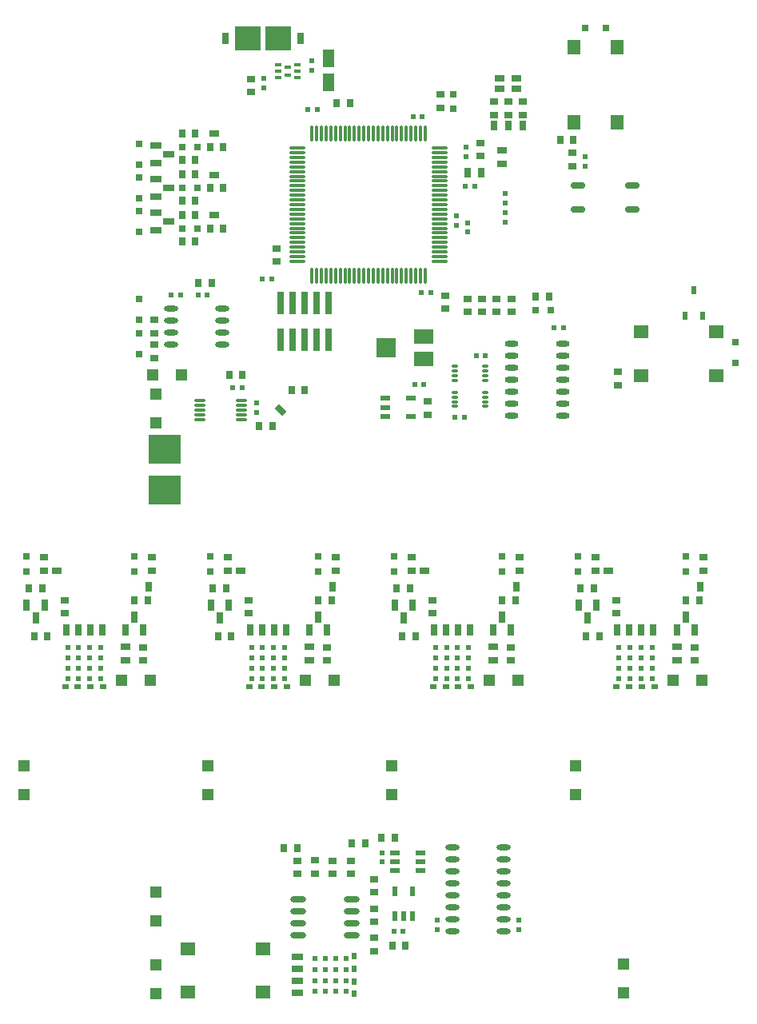
<source format=gtp>
G04 Layer_Color=8421504*
%FSLAX25Y25*%
%MOIN*%
G70*
G01*
G75*
%ADD14R,0.07874X0.06299*%
%ADD15R,0.07874X0.07874*%
%ADD16R,0.04134X0.02559*%
%ADD17R,0.03000X0.05000*%
%ADD18R,0.10512X0.10000*%
%ADD19R,0.03543X0.02756*%
%ADD20R,0.02756X0.03543*%
%ADD21R,0.04134X0.02362*%
%ADD22O,0.03150X0.01181*%
%ADD23O,0.05709X0.02362*%
%ADD24R,0.06102X0.05512*%
%ADD25R,0.02362X0.02362*%
%ADD26O,0.06496X0.02559*%
%ADD27O,0.05315X0.01181*%
%ADD28O,0.07087X0.01181*%
%ADD29O,0.01181X0.07087*%
%ADD31R,0.03150X0.01181*%
%ADD32O,0.05905X0.02362*%
%ADD33R,0.05512X0.06102*%
%ADD34R,0.13583X0.12402*%
%ADD35R,0.02559X0.04921*%
%ADD36R,0.04921X0.02559*%
%ADD37R,0.02992X0.09449*%
%ADD38R,0.04016X0.03032*%
%ADD39R,0.03032X0.04016*%
%ADD40R,0.04724X0.04921*%
%ADD41R,0.04921X0.04724*%
%ADD42R,0.02362X0.02362*%
%ADD43R,0.04921X0.07283*%
%ADD44R,0.02362X0.04134*%
%ADD45R,0.03937X0.02362*%
%ADD46O,0.06102X0.02756*%
%ADD47R,0.02362X0.03740*%
%ADD48R,0.02559X0.04724*%
%ADD49R,0.02768X0.01968*%
%ADD50R,0.04724X0.02559*%
%ADD51R,0.01968X0.02768*%
%ADD52R,0.03150X0.03150*%
%ADD53R,0.03150X0.03150*%
%ADD78R,0.04331X0.02756*%
%ADD79R,0.02756X0.04331*%
G04:AMPARAMS|DCode=80|XSize=43.31mil|YSize=27.56mil|CornerRadius=0mil|HoleSize=0mil|Usage=FLASHONLY|Rotation=315.000|XOffset=0mil|YOffset=0mil|HoleType=Round|Shape=Rectangle|*
%AMROTATEDRECTD80*
4,1,4,-0.02506,0.00557,-0.00557,0.02506,0.02506,-0.00557,0.00557,-0.02506,-0.02506,0.00557,0.0*
%
%ADD80ROTATEDRECTD80*%

%ADD81R,0.02756X0.01575*%
%ADD82R,0.02362X0.02362*%
%ADD83R,0.02362X0.02362*%
D14*
X407678Y355906D02*
D03*
Y365158D02*
D03*
D15*
X391929Y360532D02*
D03*
D16*
X439450Y472836D02*
D03*
Y468308D02*
D03*
X446340Y472836D02*
D03*
Y468308D02*
D03*
D17*
X356297Y489568D02*
D03*
X325001Y489567D02*
D03*
D18*
X347047Y489568D02*
D03*
X334251Y489567D02*
D03*
D19*
X409450Y337990D02*
D03*
Y332478D02*
D03*
X469784Y441729D02*
D03*
Y436218D02*
D03*
X488878Y350394D02*
D03*
Y344882D02*
D03*
X290616Y230020D02*
D03*
Y235531D02*
D03*
X367289Y230020D02*
D03*
Y235531D02*
D03*
X443963Y230020D02*
D03*
Y235531D02*
D03*
X520636Y230020D02*
D03*
Y235531D02*
D03*
X258169Y249726D02*
D03*
Y255238D02*
D03*
X334843Y249726D02*
D03*
Y255238D02*
D03*
X411516Y249726D02*
D03*
Y255238D02*
D03*
X488189Y249726D02*
D03*
Y255238D02*
D03*
X294488Y267520D02*
D03*
Y273031D02*
D03*
X371162Y267520D02*
D03*
Y273031D02*
D03*
X447835Y267520D02*
D03*
Y273031D02*
D03*
X524508Y267520D02*
D03*
Y273031D02*
D03*
X249311Y273031D02*
D03*
Y267520D02*
D03*
X325984Y273031D02*
D03*
Y267520D02*
D03*
X402658Y273031D02*
D03*
Y267520D02*
D03*
X479331Y273031D02*
D03*
Y267520D02*
D03*
X449214Y463091D02*
D03*
Y457579D02*
D03*
X442913Y463091D02*
D03*
Y457579D02*
D03*
X437204Y463091D02*
D03*
Y457579D02*
D03*
X414566Y460532D02*
D03*
Y466043D02*
D03*
X387049Y114370D02*
D03*
Y108858D02*
D03*
X387049Y121064D02*
D03*
Y126576D02*
D03*
X369884Y146555D02*
D03*
Y141043D02*
D03*
X377365Y146457D02*
D03*
Y140945D02*
D03*
X354921Y146573D02*
D03*
Y141061D02*
D03*
X295553Y356098D02*
D03*
Y361610D02*
D03*
Y366532D02*
D03*
Y372044D02*
D03*
X431501Y445766D02*
D03*
Y440254D02*
D03*
X346361Y396260D02*
D03*
Y401772D02*
D03*
X416580Y376670D02*
D03*
Y382182D02*
D03*
X335884Y467027D02*
D03*
Y472538D02*
D03*
X387049Y133270D02*
D03*
Y138781D02*
D03*
X362403Y146653D02*
D03*
Y141142D02*
D03*
X444291Y380906D02*
D03*
Y375394D02*
D03*
X438189Y380906D02*
D03*
Y375394D02*
D03*
X432087Y380906D02*
D03*
Y375394D02*
D03*
X425984Y380906D02*
D03*
Y375394D02*
D03*
D20*
X460039Y381595D02*
D03*
X454528D02*
D03*
X245374Y240059D02*
D03*
X250886D02*
D03*
X322047D02*
D03*
X327559D02*
D03*
X398721D02*
D03*
X404232D02*
D03*
X475394D02*
D03*
X480906D02*
D03*
X287205Y255217D02*
D03*
X292717D02*
D03*
X363878D02*
D03*
X369390D02*
D03*
X440551D02*
D03*
X446063D02*
D03*
X517224D02*
D03*
X522736D02*
D03*
X243110Y260237D02*
D03*
X248622D02*
D03*
X319783D02*
D03*
X325295D02*
D03*
X396457D02*
D03*
X401969D02*
D03*
X473130D02*
D03*
X478642D02*
D03*
X344649Y327617D02*
D03*
X339137D02*
D03*
X306972Y404722D02*
D03*
X312483D02*
D03*
X306972Y415748D02*
D03*
X312483D02*
D03*
X306972Y421652D02*
D03*
X312483D02*
D03*
X306988Y432677D02*
D03*
X312500D02*
D03*
X355020Y151870D02*
D03*
X349508D02*
D03*
X306972Y438581D02*
D03*
X312483D02*
D03*
X306972Y449606D02*
D03*
X312483D02*
D03*
X470138Y447045D02*
D03*
X464626D02*
D03*
X326575Y348964D02*
D03*
X332087D02*
D03*
X376976Y462508D02*
D03*
X371465D02*
D03*
X319291Y387403D02*
D03*
X313779D02*
D03*
X400197Y110925D02*
D03*
X394685D02*
D03*
X377852Y153660D02*
D03*
X383364D02*
D03*
X395669Y156102D02*
D03*
X390158D02*
D03*
X324098Y444095D02*
D03*
X318587D02*
D03*
X324098Y427165D02*
D03*
X318587D02*
D03*
X324098Y410236D02*
D03*
X318587D02*
D03*
X352658Y342620D02*
D03*
X358169D02*
D03*
D21*
X402461Y339270D02*
D03*
Y331789D02*
D03*
X391634D02*
D03*
Y335529D02*
D03*
Y339270D02*
D03*
D22*
X420660Y341846D02*
D03*
Y339877D02*
D03*
Y337909D02*
D03*
Y335940D02*
D03*
X433258Y341846D02*
D03*
Y339877D02*
D03*
Y337909D02*
D03*
Y335940D02*
D03*
X433268Y346768D02*
D03*
Y348737D02*
D03*
Y350705D02*
D03*
Y352674D02*
D03*
X420669Y346768D02*
D03*
Y348737D02*
D03*
Y350705D02*
D03*
Y352674D02*
D03*
D23*
X444390Y362047D02*
D03*
Y357047D02*
D03*
Y352047D02*
D03*
Y347047D02*
D03*
Y342047D02*
D03*
Y337047D02*
D03*
Y332047D02*
D03*
X465846Y362047D02*
D03*
Y357047D02*
D03*
Y352047D02*
D03*
Y347047D02*
D03*
Y342047D02*
D03*
Y337047D02*
D03*
Y332047D02*
D03*
D24*
X498524Y348819D02*
D03*
X529823D02*
D03*
X498524Y366929D02*
D03*
X529823D02*
D03*
X340748Y109744D02*
D03*
X309449D02*
D03*
X340748Y91634D02*
D03*
X309449D02*
D03*
D25*
X403929Y344979D02*
D03*
X407866D02*
D03*
X420768Y331412D02*
D03*
X424705D02*
D03*
X433563Y357202D02*
D03*
X429626D02*
D03*
X466142Y368840D02*
D03*
X462205D02*
D03*
X332087Y343845D02*
D03*
X328150D02*
D03*
X410772Y383265D02*
D03*
X406835D02*
D03*
X344488Y389021D02*
D03*
X340551D02*
D03*
X359350Y459646D02*
D03*
X363287D02*
D03*
X403291Y456889D02*
D03*
X407228D02*
D03*
X429134Y427752D02*
D03*
X425197D02*
D03*
X313622Y382284D02*
D03*
X317559D02*
D03*
X302362D02*
D03*
X306299D02*
D03*
X395276Y116930D02*
D03*
X399213D02*
D03*
D26*
X355552Y130552D02*
D03*
Y125552D02*
D03*
Y120552D02*
D03*
Y115552D02*
D03*
X377796Y130552D02*
D03*
Y125552D02*
D03*
Y120552D02*
D03*
Y115552D02*
D03*
D27*
X331852Y330458D02*
D03*
Y332426D02*
D03*
Y334395D02*
D03*
Y336363D02*
D03*
Y338332D02*
D03*
X314333Y330458D02*
D03*
Y332426D02*
D03*
Y334395D02*
D03*
Y336363D02*
D03*
Y338332D02*
D03*
D28*
X414468Y396455D02*
D03*
Y398423D02*
D03*
Y400392D02*
D03*
Y402360D02*
D03*
Y404329D02*
D03*
Y406297D02*
D03*
Y408266D02*
D03*
Y410234D02*
D03*
Y412203D02*
D03*
Y414171D02*
D03*
Y416140D02*
D03*
Y418108D02*
D03*
Y420077D02*
D03*
Y422045D02*
D03*
Y424014D02*
D03*
Y425982D02*
D03*
Y427951D02*
D03*
Y429919D02*
D03*
Y431888D02*
D03*
Y433856D02*
D03*
Y435825D02*
D03*
Y437793D02*
D03*
Y439762D02*
D03*
Y441730D02*
D03*
Y443699D02*
D03*
X355020D02*
D03*
Y441730D02*
D03*
Y439762D02*
D03*
Y437793D02*
D03*
Y435825D02*
D03*
Y433856D02*
D03*
Y431888D02*
D03*
Y429919D02*
D03*
Y427951D02*
D03*
Y425982D02*
D03*
Y424014D02*
D03*
Y422045D02*
D03*
Y420077D02*
D03*
Y418108D02*
D03*
Y416140D02*
D03*
Y414171D02*
D03*
Y412203D02*
D03*
Y410234D02*
D03*
Y408266D02*
D03*
Y406297D02*
D03*
Y404329D02*
D03*
Y402360D02*
D03*
Y400392D02*
D03*
Y398423D02*
D03*
Y396455D02*
D03*
D29*
X408366Y449801D02*
D03*
X406398D02*
D03*
X404429D02*
D03*
X402461D02*
D03*
X400492D02*
D03*
X398524D02*
D03*
X396555D02*
D03*
X394587D02*
D03*
X392618D02*
D03*
X390650D02*
D03*
X388681D02*
D03*
X386713D02*
D03*
X384744D02*
D03*
X382776D02*
D03*
X380807D02*
D03*
X378839D02*
D03*
X376870D02*
D03*
X374902D02*
D03*
X372933D02*
D03*
X370965D02*
D03*
X368996D02*
D03*
X367028D02*
D03*
X365059D02*
D03*
X363090D02*
D03*
X361122D02*
D03*
Y390352D02*
D03*
X363090D02*
D03*
X365059D02*
D03*
X367028D02*
D03*
X368996D02*
D03*
X370965D02*
D03*
X372933D02*
D03*
X374902D02*
D03*
X376870D02*
D03*
X378839D02*
D03*
X380807D02*
D03*
X382776D02*
D03*
X384744D02*
D03*
X386713D02*
D03*
X388681D02*
D03*
X390650D02*
D03*
X392618D02*
D03*
X394587D02*
D03*
X396555D02*
D03*
X398524D02*
D03*
X400492D02*
D03*
X402461D02*
D03*
X404429D02*
D03*
X406398D02*
D03*
X408366D02*
D03*
D31*
X346949Y478346D02*
D03*
Y475787D02*
D03*
Y473228D02*
D03*
X355177Y478346D02*
D03*
Y475787D02*
D03*
Y473228D02*
D03*
D32*
X302362Y376791D02*
D03*
Y371791D02*
D03*
Y366791D02*
D03*
Y361791D02*
D03*
X323622Y376791D02*
D03*
Y371791D02*
D03*
Y366791D02*
D03*
Y361791D02*
D03*
X440945Y117244D02*
D03*
Y122244D02*
D03*
Y127244D02*
D03*
Y132244D02*
D03*
Y137244D02*
D03*
Y142244D02*
D03*
Y147244D02*
D03*
Y152244D02*
D03*
X419685Y117244D02*
D03*
Y122244D02*
D03*
Y127244D02*
D03*
Y132244D02*
D03*
Y137244D02*
D03*
Y142244D02*
D03*
Y147244D02*
D03*
Y152244D02*
D03*
D33*
X470276Y485827D02*
D03*
Y454528D02*
D03*
X488386Y485827D02*
D03*
Y454528D02*
D03*
D34*
X299666Y318209D02*
D03*
Y301083D02*
D03*
D35*
X287008Y248030D02*
D03*
X290748Y242716D02*
D03*
X283268D02*
D03*
X363681Y248030D02*
D03*
X367421Y242716D02*
D03*
X359941D02*
D03*
X440354Y248030D02*
D03*
X444095Y242716D02*
D03*
X436614D02*
D03*
X517028Y248030D02*
D03*
X520768Y242716D02*
D03*
X513287D02*
D03*
X245965Y247736D02*
D03*
X242224Y253051D02*
D03*
X249705D02*
D03*
X322638Y247736D02*
D03*
X318898Y253051D02*
D03*
X326378D02*
D03*
X399311Y247736D02*
D03*
X395571Y253051D02*
D03*
X403051D02*
D03*
X475984Y247736D02*
D03*
X472244Y253051D02*
D03*
X479724D02*
D03*
D36*
X301262Y413091D02*
D03*
X295947Y409350D02*
D03*
Y416831D02*
D03*
X301262Y427068D02*
D03*
X295947Y423328D02*
D03*
Y430808D02*
D03*
X301262Y441045D02*
D03*
X295947Y437305D02*
D03*
Y444785D02*
D03*
D37*
X367933Y378937D02*
D03*
Y363583D02*
D03*
X362933Y378937D02*
D03*
Y363583D02*
D03*
X357933Y378937D02*
D03*
Y363583D02*
D03*
X352933Y378937D02*
D03*
Y363583D02*
D03*
X347933Y378937D02*
D03*
Y363583D02*
D03*
D38*
X283430Y235728D02*
D03*
Y230098D02*
D03*
X360103Y235728D02*
D03*
Y230098D02*
D03*
X436777Y235728D02*
D03*
Y230098D02*
D03*
X513450Y235728D02*
D03*
Y230098D02*
D03*
X440551Y437146D02*
D03*
Y442776D02*
D03*
D39*
X426024Y433462D02*
D03*
X431653D02*
D03*
D40*
X240944Y174213D02*
D03*
Y186221D02*
D03*
X317617Y174213D02*
D03*
Y186221D02*
D03*
X394290Y174213D02*
D03*
Y186221D02*
D03*
X470964Y174213D02*
D03*
Y186221D02*
D03*
X490945Y91339D02*
D03*
Y103347D02*
D03*
X296064Y133366D02*
D03*
Y121358D02*
D03*
X296063Y91043D02*
D03*
Y103051D02*
D03*
X296123Y341044D02*
D03*
Y329036D02*
D03*
D41*
X293603Y221674D02*
D03*
X281595D02*
D03*
X370340D02*
D03*
X358332D02*
D03*
X447013D02*
D03*
X435005D02*
D03*
X523686D02*
D03*
X511678D02*
D03*
X306851Y349018D02*
D03*
X294844D02*
D03*
D42*
X441777Y424802D02*
D03*
Y420865D02*
D03*
X441777Y412793D02*
D03*
Y416730D02*
D03*
X425496Y440118D02*
D03*
Y444055D02*
D03*
X421457Y415453D02*
D03*
Y411516D02*
D03*
X425990Y408642D02*
D03*
Y412579D02*
D03*
X341003Y472736D02*
D03*
Y468799D02*
D03*
X474904Y440059D02*
D03*
Y436122D02*
D03*
X338054Y337362D02*
D03*
Y333425D02*
D03*
X361123Y476083D02*
D03*
Y480020D02*
D03*
X447343Y117815D02*
D03*
Y121752D02*
D03*
X413286Y117913D02*
D03*
Y121850D02*
D03*
X390355Y149902D02*
D03*
Y145965D02*
D03*
D43*
X368211Y481004D02*
D03*
Y470965D02*
D03*
D44*
X395669Y133760D02*
D03*
X403150D02*
D03*
Y123327D02*
D03*
X399410D02*
D03*
X395669D02*
D03*
D45*
X395573Y149802D02*
D03*
Y146062D02*
D03*
Y142322D02*
D03*
X406400D02*
D03*
Y146062D02*
D03*
Y149802D02*
D03*
D46*
X472048Y428225D02*
D03*
Y418224D02*
D03*
X494883Y428225D02*
D03*
Y418224D02*
D03*
D47*
X520374Y384548D02*
D03*
X524114Y373722D02*
D03*
X516634D02*
D03*
D48*
X258642Y242836D02*
D03*
X263642D02*
D03*
X268642D02*
D03*
X273642D02*
D03*
X350315D02*
D03*
X345315D02*
D03*
X340315D02*
D03*
X335315D02*
D03*
X412051D02*
D03*
X417051D02*
D03*
X422051D02*
D03*
X427051D02*
D03*
X503563D02*
D03*
X498563D02*
D03*
X493563D02*
D03*
X488563D02*
D03*
D49*
X258272Y219214D02*
D03*
X263520D02*
D03*
X268764D02*
D03*
X274012D02*
D03*
X350685D02*
D03*
X345437D02*
D03*
X340193D02*
D03*
X334945D02*
D03*
X411681D02*
D03*
X416929D02*
D03*
X422173D02*
D03*
X427421D02*
D03*
X503933D02*
D03*
X498685D02*
D03*
X493441D02*
D03*
X488193D02*
D03*
D50*
X355118Y91319D02*
D03*
Y96319D02*
D03*
Y101319D02*
D03*
Y106319D02*
D03*
D51*
X378740Y90949D02*
D03*
Y96197D02*
D03*
Y101441D02*
D03*
Y106689D02*
D03*
D52*
X454331Y376083D02*
D03*
X460630D02*
D03*
X313468Y410235D02*
D03*
X307168D02*
D03*
Y427164D02*
D03*
X313468D02*
D03*
Y444095D02*
D03*
X307168D02*
D03*
X475000Y493643D02*
D03*
X483661D02*
D03*
D53*
X287204Y267126D02*
D03*
Y273425D02*
D03*
X363877D02*
D03*
Y267126D02*
D03*
X440550D02*
D03*
Y273425D02*
D03*
X517223D02*
D03*
Y267126D02*
D03*
X242016D02*
D03*
Y273425D02*
D03*
X318689D02*
D03*
Y267126D02*
D03*
X395362D02*
D03*
Y273425D02*
D03*
X472035D02*
D03*
Y267126D02*
D03*
X420079Y459941D02*
D03*
Y466240D02*
D03*
X537639Y353937D02*
D03*
Y362598D02*
D03*
X289017Y436715D02*
D03*
Y445376D02*
D03*
Y431399D02*
D03*
Y422737D02*
D03*
Y357874D02*
D03*
Y366535D02*
D03*
Y417421D02*
D03*
Y408760D02*
D03*
Y380709D02*
D03*
Y372047D02*
D03*
D78*
X320374Y449606D02*
D03*
Y432579D02*
D03*
Y415748D02*
D03*
X484719Y267323D02*
D03*
X408045D02*
D03*
X331372D02*
D03*
X254699D02*
D03*
D79*
X437205Y452952D02*
D03*
X442914D02*
D03*
X449212Y452952D02*
D03*
X522932Y260605D02*
D03*
X446259D02*
D03*
X369586D02*
D03*
X292913D02*
D03*
D80*
X348140Y334547D02*
D03*
D81*
X351063Y474213D02*
D03*
X351063Y477461D02*
D03*
D82*
X263845Y235552D02*
D03*
X263845Y231222D02*
D03*
X263845Y226891D02*
D03*
Y222560D02*
D03*
X259252Y235552D02*
D03*
X273031D02*
D03*
X268438D02*
D03*
X259252Y222560D02*
D03*
Y226891D02*
D03*
X259252Y231222D02*
D03*
X268438Y222560D02*
D03*
Y226891D02*
D03*
X268438Y231222D02*
D03*
X273031Y222560D02*
D03*
Y226891D02*
D03*
X273031Y231222D02*
D03*
X349705D02*
D03*
X349705Y226891D02*
D03*
Y222560D02*
D03*
X345111Y231222D02*
D03*
X345111Y226891D02*
D03*
Y222560D02*
D03*
X335925Y231222D02*
D03*
X335925Y226891D02*
D03*
Y222560D02*
D03*
X345111Y235552D02*
D03*
X349705D02*
D03*
X335925D02*
D03*
X340518Y222560D02*
D03*
Y226891D02*
D03*
X340518Y231222D02*
D03*
X340518Y235552D02*
D03*
X417255D02*
D03*
X417255Y231222D02*
D03*
X417255Y226891D02*
D03*
Y222560D02*
D03*
X412662Y235552D02*
D03*
X426441D02*
D03*
X421848D02*
D03*
X412662Y222560D02*
D03*
Y226891D02*
D03*
X412662Y231222D02*
D03*
X421848Y222560D02*
D03*
Y226891D02*
D03*
X421848Y231222D02*
D03*
X426441Y222560D02*
D03*
Y226891D02*
D03*
X426441Y231222D02*
D03*
X502953D02*
D03*
X502953Y226891D02*
D03*
Y222560D02*
D03*
X498360Y231222D02*
D03*
X498359Y226891D02*
D03*
Y222560D02*
D03*
X489173Y231222D02*
D03*
X489173Y226891D02*
D03*
Y222560D02*
D03*
X498359Y235552D02*
D03*
X502953D02*
D03*
X489173D02*
D03*
X493766Y222560D02*
D03*
Y226891D02*
D03*
X493766Y231222D02*
D03*
X493766Y235552D02*
D03*
D83*
X362402Y96522D02*
D03*
X366732D02*
D03*
X371063D02*
D03*
X375394D02*
D03*
X362402Y91929D02*
D03*
Y105709D02*
D03*
Y101115D02*
D03*
X375394Y91929D02*
D03*
X371063D02*
D03*
X366732D02*
D03*
X375394Y101115D02*
D03*
X371063D02*
D03*
X366732D02*
D03*
X375394Y105709D02*
D03*
X371063D02*
D03*
X366732D02*
D03*
M02*

</source>
